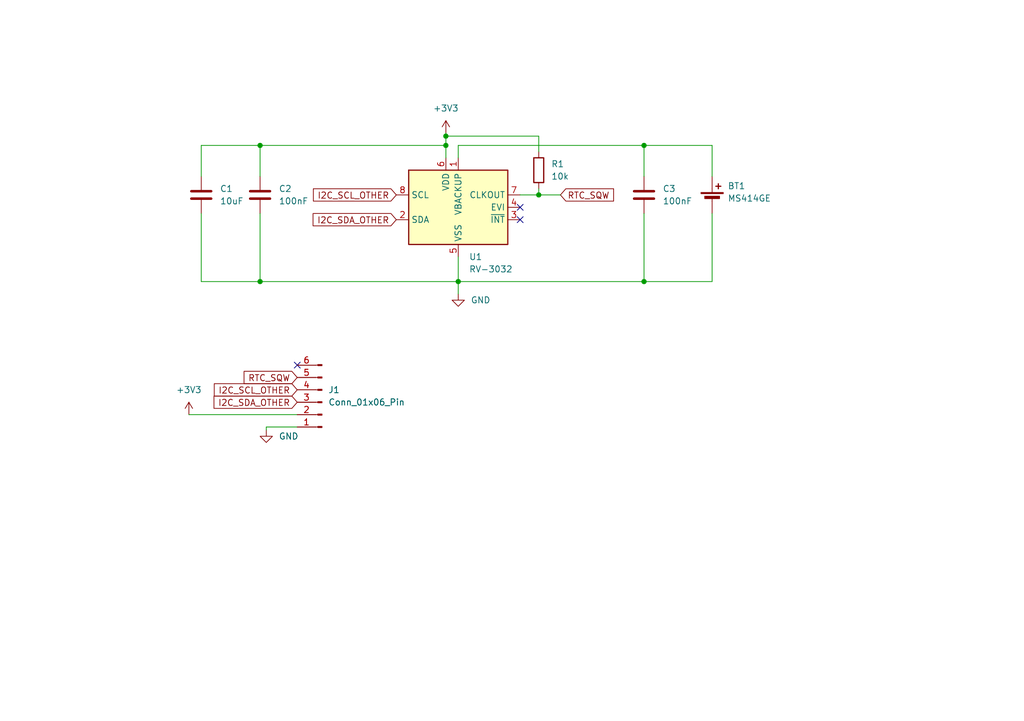
<source format=kicad_sch>
(kicad_sch (version 20230121) (generator eeschema)
  (paper "A5")
  (lib_symbols
    (symbol "Connector:Conn_01x06_Pin" (pin_names (offset 1.016) hide)
      (property "Reference" "J" (at 0 7.62 0))
      (property "Value" "Conn_01x06_Pin" (at 0 -10.16 0))
      (symbol "Conn_01x06_Pin_1_1"
        (polyline (pts (xy 1.27 -7.62) (xy 0.8636 -7.62)) (stroke (width 0.1524)))
        (polyline (pts (xy 1.27 -5.08) (xy 0.8636 -5.08)) (stroke (width 0.1524)))
        (polyline (pts (xy 1.27 -2.54) (xy 0.8636 -2.54)) (stroke (width 0.1524)))
        (polyline (pts (xy 1.27 0) (xy 0.8636 0)) (stroke (width 0.1524)))
        (polyline (pts (xy 1.27 2.54) (xy 0.8636 2.54)) (stroke (width 0.1524)))
        (polyline (pts (xy 1.27 5.08) (xy 0.8636 5.08)) (stroke (width 0.1524)))
        (rectangle (start 0.8636 -7.493) (end 0 -7.747) (stroke (width 0.1524)) (fill (type outline)))
        (rectangle (start 0.8636 -4.953) (end 0 -5.207) (stroke (width 0.1524)) (fill (type outline)))
        (rectangle (start 0.8636 -2.413) (end 0 -2.667) (stroke (width 0.1524)) (fill (type outline)))
        (rectangle (start 0.8636 0.127) (end 0 -0.127) (stroke (width 0.1524)) (fill (type outline)))
        (rectangle (start 0.8636 2.667) (end 0 2.413) (stroke (width 0.1524)) (fill (type outline)))
        (rectangle (start 0.8636 5.207) (end 0 4.953) (stroke (width 0.1524)) (fill (type outline)))
        (pin passive line (at 5.08 5.08 180) (length 3.81) (name "Pin_1") (number "1"))
        (pin passive line (at 5.08 2.54 180) (length 3.81) (name "Pin_2") (number "2"))
        (pin passive line (at 5.08 0 180) (length 3.81) (name "Pin_3") (number "3"))
        (pin passive line (at 5.08 -2.54 180) (length 3.81) (name "Pin_4") (number "4"))
        (pin passive line (at 5.08 -5.08 180) (length 3.81) (name "Pin_5") (number "5"))
        (pin passive line (at 5.08 -7.62 180) (length 3.81) (name "Pin_6") (number "6"))
      )
    )
    (symbol "Device:Battery_Cell" (pin_numbers hide) (pin_names (offset 0) hide)
      (property "Reference" "BT" (at 2.54 2.54 0))
      (property "Value" "Battery_Cell" (at 2.54 0 0))
      (symbol "Battery_Cell_0_1"
        (rectangle (start -2.286 1.778) (end 2.286 1.524) (fill (type outline)))
        (rectangle (start -1.524 1.016) (end 1.524 0.508) (fill (type outline)))
        (polyline (pts (xy 0 0.762) (xy 0 0)))
        (polyline (pts (xy 0 1.778) (xy 0 2.54)))
        (polyline (pts (xy 0.762 3.048) (xy 1.778 3.048)) (stroke (width 0.254)))
        (polyline (pts (xy 1.27 3.556) (xy 1.27 2.54)) (stroke (width 0.254)))
      )
      (symbol "Battery_Cell_1_1"
        (pin passive line (at 0 5.08 270) (length 2.54) (name "+") (number "1"))
        (pin passive line (at 0 -2.54 90) (length 2.54) (name "-") (number "2"))
      )
    )
    (symbol "Device:C" (pin_numbers hide) (pin_names (offset 0.254))
      (property "Reference" "C" (at 0.635 2.54 0))
      (property "Value" "C" (at 0.635 -2.54 0))
      (symbol "C_0_1"
        (polyline (pts (xy -2.032 -0.762) (xy 2.032 -0.762)) (stroke (width 0.508)))
        (polyline (pts (xy -2.032 0.762) (xy 2.032 0.762)) (stroke (width 0.508)))
      )
      (symbol "C_1_1"
        (pin passive line (at 0 3.81 270) (length 2.794) (name "~") (number "1"))
        (pin passive line (at 0 -3.81 90) (length 2.794) (name "~") (number "2"))
      )
    )
    (symbol "Device:R" (pin_numbers hide) (pin_names (offset 0))
      (property "Reference" "R" (at 2.032 0 90))
      (property "Value" "R" (at 0 0 90))
      (symbol "R_0_1"
        (rectangle (start -1.016 -2.54) (end 1.016 2.54) (stroke (width 0.254)))
      )
      (symbol "R_1_1"
        (pin passive line (at 0 3.81 270) (length 1.27) (name "~") (number "1"))
        (pin passive line (at 0 -3.81 90) (length 1.27) (name "~") (number "2"))
      )
    )
    (symbol "MySymbols:RV-3032"
      (property "Reference" "U" (at -8.89 8.89 0))
      (property "Value" "RV-3032" (at 7.62 8.89 0))
      (symbol "RV-3032_0_1"
        (rectangle (start -10.16 7.62) (end 10.16 -7.62) (stroke (width 0.254)) (fill (type background)))
      )
      (symbol "RV-3032_1_1"
        (pin passive line (at 0 10.16 270) (length 2.54) (name "VBACKUP") (number "1"))
        (pin bidirectional line (at -12.7 -2.54 0) (length 2.54) (name "SDA") (number "2"))
        (pin open_collector line (at 12.7 -2.54 180) (length 2.54) (name "~{INT}") (number "3"))
        (pin input line (at 12.7 0 180) (length 2.54) (name "EVI") (number "4"))
        (pin power_in line (at 0 -10.16 90) (length 2.54) (name "VSS") (number "5"))
        (pin power_in line (at -2.54 10.16 270) (length 2.54) (name "VDD") (number "6"))
        (pin output line (at 12.7 2.54 180) (length 2.54) (name "CLKOUT") (number "7"))
        (pin input line (at -12.7 2.54 0) (length 2.54) (name "SCL") (number "8"))
      )
    )
    (symbol "power:+3V3" (power) (pin_names (offset 0))
      (property "Value" "+3V3" (at 0 3.556 0))
      (symbol "+3V3_0_1"
        (polyline (pts (xy -0.762 1.27) (xy 0 2.54)))
        (polyline (pts (xy 0 0) (xy 0 2.54)))
        (polyline (pts (xy 0 2.54) (xy 0.762 1.27)))
      )
      (symbol "+3V3_1_1"
        (pin power_in line (at 0 0 90) (length 0) hide (name "+3V3") (number "1"))
      )
    )
    (symbol "power:GND" (power) (pin_names (offset 0))
      (property "Value" "GND" (at 0 -3.81 0))
      (symbol "GND_0_1"
        (polyline (pts (xy 0 0) (xy 0 -1.27) (xy 1.27 -1.27) (xy 0 -2.54) (xy -1.27 -1.27) (xy 0 -1.27)))
      )
      (symbol "GND_1_1"
        (pin power_in line (at 0 0 270) (length 0) hide (name "GND") (number "1"))
      )
    )
  )
  (junction (at 110.49 40.005))
  (junction (at 53.34 57.785))
  (junction (at 53.34 29.845))
  (junction (at 93.98 57.785))
  (junction (at 132.08 29.845))
  (junction (at 91.44 29.845))
  (junction (at 91.44 27.94))
  (junction (at 132.08 57.785))
  (no_connect (at 106.68 45.085))
  (no_connect (at 106.68 42.545))
  (no_connect (at 60.96 74.93))
  (wire (pts (xy 93.98 57.785) (xy 93.98 52.705)))
  (wire (pts (xy 110.49 27.94) (xy 91.44 27.94)))
  (wire (pts (xy 93.98 60.325) (xy 93.98 57.785)))
  (wire (pts (xy 53.34 29.845) (xy 53.34 36.195)))
  (wire (pts (xy 54.61 87.63) (xy 60.96 87.63)))
  (wire (pts (xy 110.49 38.735) (xy 110.49 40.005)))
  (wire (pts (xy 110.49 31.115) (xy 110.49 27.94)))
  (wire (pts (xy 41.275 36.195) (xy 41.275 29.845)))
  (wire (pts (xy 146.05 43.815) (xy 146.05 57.785)))
  (wire (pts (xy 91.44 29.845) (xy 53.34 29.845)))
  (wire (pts (xy 41.275 57.785) (xy 53.34 57.785)))
  (wire (pts (xy 132.08 29.845) (xy 93.98 29.845)))
  (wire (pts (xy 146.05 57.785) (xy 132.08 57.785)))
  (wire (pts (xy 91.44 27.305) (xy 91.44 27.94)))
  (wire (pts (xy 132.08 29.845) (xy 132.08 36.195)))
  (wire (pts (xy 132.08 43.815) (xy 132.08 57.785)))
  (wire (pts (xy 38.735 85.09) (xy 60.96 85.09)))
  (wire (pts (xy 146.05 29.845) (xy 132.08 29.845)))
  (wire (pts (xy 110.49 40.005) (xy 106.68 40.005)))
  (wire (pts (xy 146.05 29.845) (xy 146.05 36.195)))
  (wire (pts (xy 41.275 29.845) (xy 53.34 29.845)))
  (wire (pts (xy 41.275 43.815) (xy 41.275 57.785)))
  (wire (pts (xy 53.34 43.815) (xy 53.34 57.785)))
  (wire (pts (xy 132.08 57.785) (xy 93.98 57.785)))
  (wire (pts (xy 53.34 57.785) (xy 93.98 57.785)))
  (wire (pts (xy 54.61 87.63) (xy 54.61 88.265)))
  (wire (pts (xy 93.98 29.845) (xy 93.98 32.385)))
  (wire (pts (xy 91.44 32.385) (xy 91.44 29.845)))
  (wire (pts (xy 91.44 27.94) (xy 91.44 29.845)))
  (wire (pts (xy 114.935 40.005) (xy 110.49 40.005)))
  (global_label "I2C_SDA_OTHER" (shape input) (at 60.96 82.55 180) (property "Intersheetrefs" "${INTERSHEET_REFS}" (effects hide)))
  (global_label "RTC_SQW" (shape input) (at 114.935 40.005 0) (property "Intersheetrefs" "${INTERSHEET_REFS}" (effects hide)))
  (global_label "I2C_SCL_OTHER" (shape input) (at 60.96 80.01 180) (property "Intersheetrefs" "${INTERSHEET_REFS}" (effects hide)))
  (global_label "I2C_SDA_OTHER" (shape input) (at 81.28 45.085 180) (property "Intersheetrefs" "${INTERSHEET_REFS}" (effects hide)))
  (global_label "RTC_SQW" (shape input) (at 60.96 77.47 180) (property "Intersheetrefs" "${INTERSHEET_REFS}" (effects hide)))
  (global_label "I2C_SCL_OTHER" (shape input) (at 81.28 40.005 180) (property "Intersheetrefs" "${INTERSHEET_REFS}" (effects hide)))
  (symbol (lib_id "Connector:Conn_01x06_Pin") (at 66.04 82.55 180) (unit 1)
    (property "Reference" "J1" (at 67.31 80.01 0) (effects (justify right)))
    (property "Value" "Conn_01x06_Pin" (at 67.31 82.55 0) (effects (justify right)))
    (property "Footprint" "Connector_PinHeader_2.54mm:PinHeader_1x06_P2.54mm_Horizontal" (effects hide))
  )
  (symbol (lib_id "power:+3V3") (at 91.44 27.305 0) (unit 1)
    (property "Reference" "#PWR01" (effects hide))
    (property "Value" "+3V3" (at 91.44 22.225 0))
  )
  (symbol (lib_id "power:+3V3") (at 38.735 85.09 0) (unit 1)
    (property "Reference" "#PWR04" (effects hide))
    (property "Value" "+3V3" (at 38.735 80.01 0))
  )
  (symbol (lib_id "Device:C") (at 132.08 40.005 180) (unit 1)
    (property "Reference" "C3" (at 135.89 38.735 0) (effects (justify right)))
    (property "Value" "100nF" (at 135.89 41.275 0) (effects (justify right)))
    (property "Footprint" "Capacitor_SMD:C_0402_1005Metric" (effects hide))
    (property "LCSC" "C1525" (effects hide))
  )
  (symbol (lib_id "Device:Battery_Cell") (at 146.05 41.275 0) (unit 1) (in_bom no)
    (property "Reference" "BT1" (at 149.225 38.1635 0) (effects (justify left)))
    (property "Value" "MS414GE" (at 149.225 40.7035 0) (effects (justify left)))
    (property "Footprint" "MyFootprints:BAT_MS414GE-FL26E" (effects hide))
  )
  (symbol (lib_id "MySymbols:RV-3032") (at 93.98 42.545 0) (unit 1)
    (property "Reference" "U1" (at 96.1741 52.705 0) (effects (justify left)))
    (property "Value" "RV-3032" (at 96.1741 55.245 0) (effects (justify left)))
    (property "Footprint" "MyFootprints:RV-3032" (effects hide))
    (property "Datasheet" "https://www.microcrystal.com/fileadmin/Media/Products/RTC/Datasheet/RV-3032-C7.pdf" (effects hide))
    (property "LCSC" "C5127802" (effects hide))
  )
  (symbol (lib_id "power:GND") (at 54.61 88.265 0) (unit 1)
    (property "Reference" "#PWR03" (effects hide))
    (property "Value" "GND" (at 57.15 89.535 0) (effects (justify left)))
  )
  (symbol (lib_id "power:GND") (at 93.98 60.325 0) (unit 1)
    (property "Reference" "#PWR02" (effects hide))
    (property "Value" "GND" (at 96.52 61.595 0) (effects (justify left)))
  )
  (symbol (lib_id "Device:C") (at 41.275 40.005 0) (unit 1)
    (property "Reference" "C1" (at 45.085 38.735 0) (effects (justify left)))
    (property "Value" "10uF" (at 45.085 41.275 0) (effects (justify left)))
    (property "Footprint" "Capacitor_SMD:C_0603_1608Metric" (effects hide))
    (property "LCSC" "C19702" (effects hide))
  )
  (symbol (lib_id "Device:R") (at 110.49 34.925 180) (unit 1)
    (property "Reference" "R1" (at 113.03 33.655 0) (effects (justify right)))
    (property "Value" "10k" (at 113.03 36.195 0) (effects (justify right)))
    (property "Footprint" "Resistor_SMD:R_0402_1005Metric" (effects hide))
    (property "LCSC" "C25744" (effects hide))
  )
  (symbol (lib_id "Device:C") (at 53.34 40.005 180) (unit 1)
    (property "Reference" "C2" (at 57.15 38.735 0) (effects (justify right)))
    (property "Value" "100nF" (at 57.15 41.275 0) (effects (justify right)))
    (property "Footprint" "Capacitor_SMD:C_0402_1005Metric" (effects hide))
    (property "LCSC" "C1525" (effects hide))
  )
)
</source>
